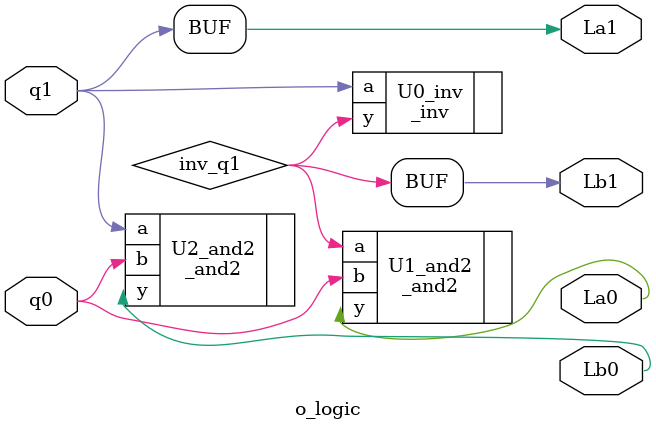
<source format=v>
module o_logic(La1, La0, Lb1, Lb0, q1, q0);
	input q1, q0;					//Current State
	output La1, La0, Lb1, Lb0;	//Outputs
	
	wire inv_q1;
	
	_inv U0_inv(.y(inv_q1), .a(q1));					//~q1
	_and2 U1_and2(.y(La0), .a(inv_q1), .b(q0));	//La0 = ~q1 & q0
	_and2 U2_and2(.y(Lb0), .a(q1), .b(q0));		//Lb0 = q1 & q0
	
	assign La1 = q1;
	assign Lb1 = inv_q1;
endmodule 
</source>
